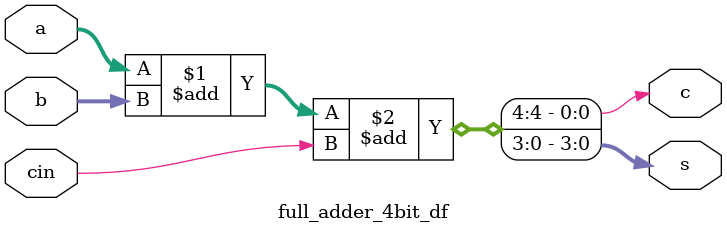
<source format=v>
module full_adder_4bit_df(s,c,a,b,cin);
input [3:0]a, b;
input cin;
output [3:0]s;
output c;

assign {c,s} = a + b + cin;

endmodule
</source>
